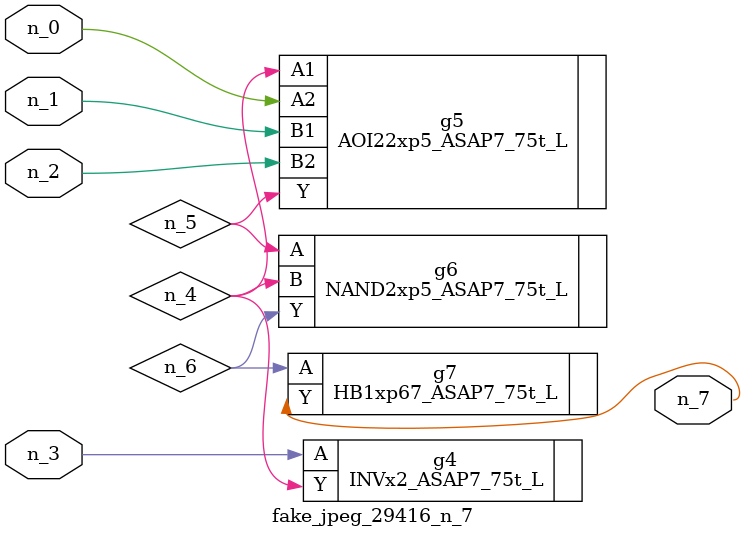
<source format=v>
module fake_jpeg_29416_n_7 (n_0, n_3, n_2, n_1, n_7);

input n_0;
input n_3;
input n_2;
input n_1;

output n_7;

wire n_4;
wire n_6;
wire n_5;

INVx2_ASAP7_75t_L g4 ( 
.A(n_3),
.Y(n_4)
);

AOI22xp5_ASAP7_75t_L g5 ( 
.A1(n_4),
.A2(n_0),
.B1(n_1),
.B2(n_2),
.Y(n_5)
);

NAND2xp5_ASAP7_75t_L g6 ( 
.A(n_5),
.B(n_4),
.Y(n_6)
);

HB1xp67_ASAP7_75t_L g7 ( 
.A(n_6),
.Y(n_7)
);


endmodule
</source>
